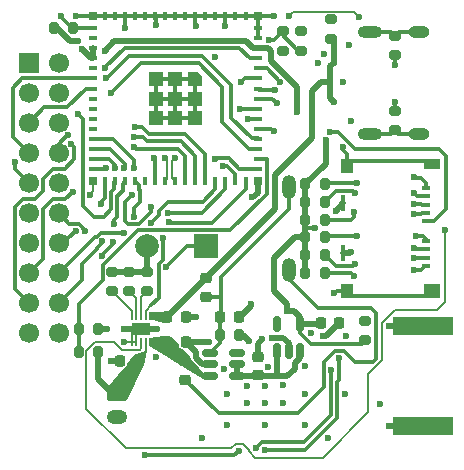
<source format=gbr>
%TF.GenerationSoftware,KiCad,Pcbnew,9.0.0*%
%TF.CreationDate,2025-05-09T11:29:12-04:00*%
%TF.ProjectId,ESP32 Ground Station,45535033-3220-4477-926f-756e64205374,rev?*%
%TF.SameCoordinates,Original*%
%TF.FileFunction,Copper,L4,Bot*%
%TF.FilePolarity,Positive*%
%FSLAX46Y46*%
G04 Gerber Fmt 4.6, Leading zero omitted, Abs format (unit mm)*
G04 Created by KiCad (PCBNEW 9.0.0) date 2025-05-09 11:29:12*
%MOMM*%
%LPD*%
G01*
G04 APERTURE LIST*
G04 Aperture macros list*
%AMRoundRect*
0 Rectangle with rounded corners*
0 $1 Rounding radius*
0 $2 $3 $4 $5 $6 $7 $8 $9 X,Y pos of 4 corners*
0 Add a 4 corners polygon primitive as box body*
4,1,4,$2,$3,$4,$5,$6,$7,$8,$9,$2,$3,0*
0 Add four circle primitives for the rounded corners*
1,1,$1+$1,$2,$3*
1,1,$1+$1,$4,$5*
1,1,$1+$1,$6,$7*
1,1,$1+$1,$8,$9*
0 Add four rect primitives between the rounded corners*
20,1,$1+$1,$2,$3,$4,$5,0*
20,1,$1+$1,$4,$5,$6,$7,0*
20,1,$1+$1,$6,$7,$8,$9,0*
20,1,$1+$1,$8,$9,$2,$3,0*%
%AMOutline5P*
0 Free polygon, 5 corners , with rotation*
0 The origin of the aperture is its center*
0 number of corners: always 5*
0 $1 to $10 corner X, Y*
0 $11 Rotation angle, in degrees counterclockwise*
0 create outline with 5 corners*
4,1,5,$1,$2,$3,$4,$5,$6,$7,$8,$9,$10,$1,$2,$11*%
%AMOutline6P*
0 Free polygon, 6 corners , with rotation*
0 The origin of the aperture is its center*
0 number of corners: always 6*
0 $1 to $12 corner X, Y*
0 $13 Rotation angle, in degrees counterclockwise*
0 create outline with 6 corners*
4,1,6,$1,$2,$3,$4,$5,$6,$7,$8,$9,$10,$11,$12,$1,$2,$13*%
%AMOutline7P*
0 Free polygon, 7 corners , with rotation*
0 The origin of the aperture is its center*
0 number of corners: always 7*
0 $1 to $14 corner X, Y*
0 $15 Rotation angle, in degrees counterclockwise*
0 create outline with 7 corners*
4,1,7,$1,$2,$3,$4,$5,$6,$7,$8,$9,$10,$11,$12,$13,$14,$1,$2,$15*%
%AMOutline8P*
0 Free polygon, 8 corners , with rotation*
0 The origin of the aperture is its center*
0 number of corners: always 8*
0 $1 to $16 corner X, Y*
0 $17 Rotation angle, in degrees counterclockwise*
0 create outline with 8 corners*
4,1,8,$1,$2,$3,$4,$5,$6,$7,$8,$9,$10,$11,$12,$13,$14,$15,$16,$1,$2,$17*%
G04 Aperture macros list end*
%TA.AperFunction,ComponentPad*%
%ADD10RoundRect,0.250000X-0.625000X0.350000X-0.625000X-0.350000X0.625000X-0.350000X0.625000X0.350000X0*%
%TD*%
%TA.AperFunction,ComponentPad*%
%ADD11O,1.750000X1.200000*%
%TD*%
%TA.AperFunction,ComponentPad*%
%ADD12R,2.000000X2.000000*%
%TD*%
%TA.AperFunction,ComponentPad*%
%ADD13C,2.000000*%
%TD*%
%TA.AperFunction,HeatsinkPad*%
%ADD14O,2.100000X1.000000*%
%TD*%
%TA.AperFunction,HeatsinkPad*%
%ADD15O,1.800000X1.000000*%
%TD*%
%TA.AperFunction,ComponentPad*%
%ADD16R,1.700000X1.700000*%
%TD*%
%TA.AperFunction,ComponentPad*%
%ADD17C,1.700000*%
%TD*%
%TA.AperFunction,ComponentPad*%
%ADD18O,1.200000X2.000000*%
%TD*%
%TA.AperFunction,SMDPad,CuDef*%
%ADD19R,5.080000X1.500000*%
%TD*%
%TA.AperFunction,SMDPad,CuDef*%
%ADD20RoundRect,0.200000X0.275000X-0.200000X0.275000X0.200000X-0.275000X0.200000X-0.275000X-0.200000X0*%
%TD*%
%TA.AperFunction,SMDPad,CuDef*%
%ADD21RoundRect,0.200000X0.200000X0.275000X-0.200000X0.275000X-0.200000X-0.275000X0.200000X-0.275000X0*%
%TD*%
%TA.AperFunction,SMDPad,CuDef*%
%ADD22RoundRect,0.200000X-0.275000X0.200000X-0.275000X-0.200000X0.275000X-0.200000X0.275000X0.200000X0*%
%TD*%
%TA.AperFunction,SMDPad,CuDef*%
%ADD23RoundRect,0.225000X-0.250000X0.225000X-0.250000X-0.225000X0.250000X-0.225000X0.250000X0.225000X0*%
%TD*%
%TA.AperFunction,SMDPad,CuDef*%
%ADD24RoundRect,0.150000X-0.512500X-0.150000X0.512500X-0.150000X0.512500X0.150000X-0.512500X0.150000X0*%
%TD*%
%TA.AperFunction,SMDPad,CuDef*%
%ADD25R,0.203200X0.660400*%
%TD*%
%TA.AperFunction,SMDPad,CuDef*%
%ADD26R,1.600200X0.990600*%
%TD*%
%TA.AperFunction,SMDPad,CuDef*%
%ADD27RoundRect,0.200000X-0.200000X-0.275000X0.200000X-0.275000X0.200000X0.275000X-0.200000X0.275000X0*%
%TD*%
%TA.AperFunction,SMDPad,CuDef*%
%ADD28RoundRect,0.225000X0.225000X0.250000X-0.225000X0.250000X-0.225000X-0.250000X0.225000X-0.250000X0*%
%TD*%
%TA.AperFunction,SMDPad,CuDef*%
%ADD29RoundRect,0.225000X-0.225000X-0.250000X0.225000X-0.250000X0.225000X0.250000X-0.225000X0.250000X0*%
%TD*%
%TA.AperFunction,SMDPad,CuDef*%
%ADD30R,0.700000X0.450000*%
%TD*%
%TA.AperFunction,SMDPad,CuDef*%
%ADD31R,1.200000X0.400000*%
%TD*%
%TA.AperFunction,SMDPad,CuDef*%
%ADD32R,1.400000X0.950000*%
%TD*%
%TA.AperFunction,SMDPad,CuDef*%
%ADD33R,1.000000X1.300000*%
%TD*%
%TA.AperFunction,SMDPad,CuDef*%
%ADD34R,0.400000X1.400000*%
%TD*%
%TA.AperFunction,SMDPad,CuDef*%
%ADD35R,1.400000X1.300000*%
%TD*%
%TA.AperFunction,SMDPad,CuDef*%
%ADD36RoundRect,0.150000X0.150000X-0.512500X0.150000X0.512500X-0.150000X0.512500X-0.150000X-0.512500X0*%
%TD*%
%TA.AperFunction,SMDPad,CuDef*%
%ADD37RoundRect,0.218750X0.256250X-0.218750X0.256250X0.218750X-0.256250X0.218750X-0.256250X-0.218750X0*%
%TD*%
%TA.AperFunction,SMDPad,CuDef*%
%ADD38R,0.800000X0.400000*%
%TD*%
%TA.AperFunction,SMDPad,CuDef*%
%ADD39R,0.400000X0.800000*%
%TD*%
%TA.AperFunction,HeatsinkPad*%
%ADD40R,1.200000X1.200000*%
%TD*%
%TA.AperFunction,HeatsinkPad*%
%ADD41Outline5P,-0.600000X0.600000X0.600000X0.600000X0.600000X-0.600000X-0.204000X-0.600000X-0.600000X-0.204000X180.000000*%
%TD*%
%TA.AperFunction,SMDPad,CuDef*%
%ADD42R,0.800000X0.800000*%
%TD*%
%TA.AperFunction,ViaPad*%
%ADD43C,0.600000*%
%TD*%
%TA.AperFunction,Conductor*%
%ADD44C,0.300000*%
%TD*%
%TA.AperFunction,Conductor*%
%ADD45C,0.500000*%
%TD*%
%TA.AperFunction,Conductor*%
%ADD46C,0.200000*%
%TD*%
G04 APERTURE END LIST*
D10*
%TO.P,J2,1,Pin_1*%
%TO.N,VBAT*%
X207450000Y-105999999D03*
D11*
%TO.P,J2,2,Pin_2*%
%TO.N,GND*%
X207450000Y-107999999D03*
%TD*%
D12*
%TO.P,BZ1,1,+*%
%TO.N,/BZ_IO*%
X215000000Y-93500000D03*
D13*
%TO.P,BZ1,2,-*%
%TO.N,GND*%
X210000000Y-93500000D03*
%TD*%
D14*
%TO.P,J3,S1,SHIELD*%
%TO.N,GND*%
X228895000Y-84000000D03*
D15*
X233075000Y-84000000D03*
D14*
X228895000Y-75360000D03*
D15*
X233075000Y-75360000D03*
%TD*%
D16*
%TO.P,J5,1,Pin_1*%
%TO.N,GND*%
X200000000Y-78000000D03*
D17*
%TO.P,J5,2,Pin_2*%
X202540000Y-78000000D03*
%TO.P,J5,3,Pin_3*%
%TO.N,+3v3*%
X200000000Y-80540000D03*
%TO.P,J5,4,Pin_4*%
X202540000Y-80540000D03*
%TO.P,J5,5,Pin_5*%
%TO.N,/TX*%
X200000000Y-83080000D03*
%TO.P,J5,6,Pin_6*%
%TO.N,/SDA*%
X202540000Y-83080000D03*
%TO.P,J5,7,Pin_7*%
%TO.N,/RX*%
X200000000Y-85620000D03*
%TO.P,J5,8,Pin_8*%
%TO.N,/SCL*%
X202540000Y-85620000D03*
%TO.P,J5,9,Pin_9*%
%TO.N,/EN*%
X200000000Y-88160000D03*
%TO.P,J5,10,Pin_10*%
%TO.N,/SPI2_MISO*%
X202540000Y-88160000D03*
%TO.P,J5,11,Pin_11*%
%TO.N,/IO0*%
X200000000Y-90700000D03*
%TO.P,J5,12,Pin_12*%
%TO.N,/SPI2_MOSI*%
X202540000Y-90700000D03*
%TO.P,J5,13,Pin_13*%
%TO.N,/TX1*%
X200000000Y-93240000D03*
%TO.P,J5,14,Pin_14*%
%TO.N,/SPI2_SCK*%
X202540000Y-93240000D03*
%TO.P,J5,15,Pin_15*%
%TO.N,/RX1*%
X200000000Y-95780000D03*
%TO.P,J5,16,Pin_16*%
%TO.N,/IO47*%
X202540000Y-95780000D03*
%TO.P,J5,17,Pin_17*%
%TO.N,/IO16*%
X200000000Y-98320000D03*
%TO.P,J5,18,Pin_18*%
%TO.N,/IO48*%
X202540000Y-98320000D03*
%TO.P,J5,19,Pin_19*%
%TO.N,GND*%
X200000000Y-100860000D03*
%TO.P,J5,20,Pin_20*%
X202540000Y-100860000D03*
%TD*%
D18*
%TO.P,SW1,1,A*%
%TO.N,/PWR_EN*%
X222000000Y-88500000D03*
%TO.P,SW1,2,B*%
%TO.N,/SW*%
X222000000Y-95500000D03*
%TD*%
D19*
%TO.P,J4,2,Ext*%
%TO.N,GND*%
X233410000Y-100250000D03*
X233410000Y-108750000D03*
%TD*%
D20*
%TO.P,R4,1*%
%TO.N,/CC2*%
X231000000Y-77325000D03*
%TO.P,R4,2*%
%TO.N,GND*%
X231000000Y-75675000D03*
%TD*%
D21*
%TO.P,R19,1*%
%TO.N,VBAT*%
X205875000Y-102500000D03*
%TO.P,R19,2*%
%TO.N,/BAT_MEAS*%
X204225000Y-102500000D03*
%TD*%
%TO.P,R14,1*%
%TO.N,GND*%
X217825000Y-101000000D03*
%TO.P,R14,2*%
%TO.N,/PWR_EN*%
X216175000Y-101000000D03*
%TD*%
D22*
%TO.P,R2,1*%
%TO.N,GND*%
X210000000Y-95675000D03*
%TO.P,R2,2*%
%TO.N,/ISET*%
X210000000Y-97325000D03*
%TD*%
D23*
%TO.P,C10,1*%
%TO.N,GND*%
X219375000Y-102850000D03*
%TO.P,C10,2*%
%TO.N,+4v5-2*%
X219375000Y-104400000D03*
%TD*%
D24*
%TO.P,U5,1,VIN*%
%TO.N,+4v5-1*%
X215362500Y-104450000D03*
%TO.P,U5,2,GND*%
%TO.N,GND*%
X215362500Y-103500000D03*
%TO.P,U5,3,ON*%
%TO.N,/PWR_EN*%
X215362500Y-102550000D03*
%TO.P,U5,4,CT*%
%TO.N,unconnected-(U5-CT-Pad4)*%
X217637500Y-102550000D03*
%TO.P,U5,5,QOD*%
%TO.N,+4v5-2*%
X217637500Y-103500000D03*
%TO.P,U5,6,VOUT*%
X217637500Y-104450000D03*
%TD*%
D25*
%TO.P,U6,1,SYS*%
%TO.N,+4v5-1*%
X210300100Y-101630300D03*
%TO.P,U6,2,BAT*%
%TO.N,VBAT*%
X209900050Y-101630300D03*
%TO.P,U6,3,STAT2*%
%TO.N,/BAT_STAT_2*%
X209500000Y-101630300D03*
%TO.P,U6,4,/CE*%
%TO.N,GND*%
X209099950Y-101630300D03*
%TO.P,U6,5,GND*%
X208699900Y-101630300D03*
%TO.P,U6,6,TS/MR*%
%TO.N,/TSMR*%
X208699900Y-99369700D03*
%TO.P,U6,7,ILIM/VSET*%
%TO.N,/ILIM*%
X209099950Y-99369700D03*
%TO.P,U6,8,ISET*%
%TO.N,/ISET*%
X209500000Y-99369700D03*
%TO.P,U6,9,STAT1*%
%TO.N,/BAT_STAT_1*%
X209900050Y-99369700D03*
%TO.P,U6,10,IN*%
%TO.N,VBUS*%
X210300100Y-99369700D03*
D26*
%TO.P,U6,11,EPAD*%
%TO.N,GND*%
X209500000Y-100500000D03*
%TD*%
D21*
%TO.P,R6,1*%
%TO.N,/SD_DATA2*%
X225075000Y-95750000D03*
%TO.P,R6,2*%
%TO.N,+3v3*%
X223425000Y-95750000D03*
%TD*%
D27*
%TO.P,R15,1*%
%TO.N,+3v3*%
X202100000Y-75000000D03*
%TO.P,R15,2*%
%TO.N,/EN*%
X203750000Y-75000000D03*
%TD*%
D22*
%TO.P,R13,1*%
%TO.N,/DPWR3*%
X228500000Y-99800000D03*
%TO.P,R13,2*%
%TO.N,+3v3*%
X228500000Y-101450000D03*
%TD*%
D28*
%TO.P,C1,1*%
%TO.N,GND*%
X213275000Y-99500000D03*
%TO.P,C1,2*%
%TO.N,VBUS*%
X211725000Y-99500000D03*
%TD*%
D22*
%TO.P,R22,1*%
%TO.N,/DPWR5*%
X225625000Y-74300000D03*
%TO.P,R22,2*%
%TO.N,VBUS*%
X225625000Y-75950000D03*
%TD*%
D29*
%TO.P,C3,1*%
%TO.N,GND*%
X207735000Y-103180000D03*
%TO.P,C3,2*%
%TO.N,VBAT*%
X209285000Y-103180000D03*
%TD*%
D21*
%TO.P,R8,1*%
%TO.N,/SD_CMD*%
X225075000Y-92750000D03*
%TO.P,R8,2*%
%TO.N,+3v3*%
X223425000Y-92750000D03*
%TD*%
%TO.P,R10,1*%
%TO.N,/SD_DATA0*%
X225075000Y-89750000D03*
%TO.P,R10,2*%
%TO.N,+3v3*%
X223425000Y-89750000D03*
%TD*%
D22*
%TO.P,R1,1*%
%TO.N,GND*%
X208500000Y-95675000D03*
%TO.P,R1,2*%
%TO.N,/ILIM*%
X208500000Y-97325000D03*
%TD*%
%TO.P,R16,1*%
%TO.N,/LED_BAT*%
X221500000Y-75300000D03*
%TO.P,R16,2*%
%TO.N,/DSTAT1*%
X221500000Y-76950000D03*
%TD*%
D21*
%TO.P,R7,1*%
%TO.N,/SD_DATA3*%
X225075000Y-94250000D03*
%TO.P,R7,2*%
%TO.N,+3v3*%
X223425000Y-94250000D03*
%TD*%
D22*
%TO.P,R17,1*%
%TO.N,/DSTAT2*%
X223050000Y-75300000D03*
%TO.P,R17,2*%
%TO.N,/LED_BAT*%
X223050000Y-76950000D03*
%TD*%
D30*
%TO.P,J1,1,DAT2*%
%TO.N,/SD_DATA2*%
X233635000Y-95180000D03*
%TO.P,J1,2,DAT3/CD*%
%TO.N,/SD_DATA3*%
X233635000Y-94480000D03*
%TO.P,J1,3,CMD*%
%TO.N,/SD_CMD*%
X233635000Y-93780000D03*
%TO.P,J1,4,VDD*%
%TO.N,+3v3*%
X233635000Y-93080000D03*
%TO.P,J1,5,CLK*%
%TO.N,/SD_CLK*%
X233635000Y-91380000D03*
%TO.P,J1,6,VSS*%
%TO.N,GND*%
X233635000Y-90680000D03*
%TO.P,J1,7,DAT0*%
%TO.N,/SD_DATA0*%
X233635000Y-89280000D03*
%TO.P,J1,8,DAT1*%
%TO.N,/SD_DATA1*%
X233635000Y-88580000D03*
%TO.P,J1,9,DET*%
%TO.N,/SD_CD*%
X233635000Y-89980000D03*
D31*
%TO.P,J1,10,SHIELD*%
%TO.N,GND*%
X231875000Y-86250000D03*
X229275000Y-86250000D03*
D32*
X234175000Y-86525000D03*
D33*
X226915000Y-86700000D03*
D34*
X226615000Y-89860000D03*
X226615000Y-94110000D03*
D35*
X234175000Y-97300000D03*
D33*
X226915000Y-97300000D03*
D31*
X231875000Y-97750000D03*
X229275000Y-97750000D03*
%TD*%
D21*
%TO.P,R12,1*%
%TO.N,/SD_CD*%
X225075000Y-91250000D03*
%TO.P,R12,2*%
%TO.N,+3v3*%
X223425000Y-91250000D03*
%TD*%
D36*
%TO.P,U3,1,VIN*%
%TO.N,+4v5-2*%
X222950000Y-102387500D03*
%TO.P,U3,2,GND*%
%TO.N,GND*%
X222000000Y-102387500D03*
%TO.P,U3,3,CE*%
%TO.N,+4v5-2*%
X221050000Y-102387500D03*
%TO.P,U3,4,NC*%
%TO.N,unconnected-(U3-NC-Pad4)*%
X221050000Y-100112500D03*
%TO.P,U3,5,VOUT*%
%TO.N,+3v3*%
X222950000Y-100112500D03*
%TD*%
D28*
%TO.P,C2,1*%
%TO.N,GND*%
X213280000Y-101580000D03*
%TO.P,C2,2*%
%TO.N,+4v5-1*%
X211730000Y-101580000D03*
%TD*%
%TO.P,C4,1*%
%TO.N,GND*%
X217775000Y-99499997D03*
%TO.P,C4,2*%
%TO.N,/PWR_EN*%
X216225000Y-99499997D03*
%TD*%
D21*
%TO.P,R11,1*%
%TO.N,/SD_DATA1*%
X225075000Y-88250000D03*
%TO.P,R11,2*%
%TO.N,+3v3*%
X223425000Y-88250000D03*
%TD*%
D28*
%TO.P,C11,1*%
%TO.N,GND*%
X226275000Y-100000000D03*
%TO.P,C11,2*%
%TO.N,+3v3*%
X224725000Y-100000000D03*
%TD*%
D37*
%TO.P,D5,1,K*%
%TO.N,/SW*%
X213250000Y-104787501D03*
%TO.P,D5,2,A*%
%TO.N,+4v5-1*%
X213250000Y-103212499D03*
%TD*%
D38*
%TO.P,U1,1,GND*%
%TO.N,GND*%
X219400000Y-75050000D03*
%TO.P,U1,2,GND*%
X219400000Y-75900000D03*
%TO.P,U1,3,3V3*%
%TO.N,+3v3*%
X219400000Y-76750000D03*
%TO.P,U1,4,IO0*%
%TO.N,/IO0*%
X219400000Y-77600000D03*
%TO.P,U1,5,IO1*%
%TO.N,/SD_CLK*%
X219400000Y-78450000D03*
%TO.P,U1,6,IO2*%
%TO.N,/SD_CMD*%
X219400000Y-79300000D03*
%TO.P,U1,7,IO3*%
%TO.N,/SD_DATA0*%
X219400000Y-80150000D03*
%TO.P,U1,8,IO4*%
%TO.N,/SD_DATA1*%
X219400000Y-81000000D03*
%TO.P,U1,9,IO5*%
%TO.N,/SD_DATA2*%
X219400000Y-81850000D03*
%TO.P,U1,10,IO6*%
%TO.N,/SD_DATA3*%
X219400000Y-82700000D03*
%TO.P,U1,11,IO7*%
%TO.N,/SD_CD*%
X219400000Y-83550000D03*
%TO.P,U1,12,IO8*%
%TO.N,/SDA*%
X219400000Y-84400000D03*
%TO.P,U1,13,IO9*%
%TO.N,/SCL*%
X219400000Y-85250000D03*
%TO.P,U1,14,IO10*%
%TO.N,/BAT_MEAS*%
X219400000Y-86100000D03*
%TO.P,U1,15,IO11*%
%TO.N,/SPI2_MOSI*%
X219400000Y-86950000D03*
D39*
%TO.P,U1,16,IO12*%
%TO.N,/SPI2_MISO*%
X218350000Y-88000000D03*
%TO.P,U1,17,IO13*%
%TO.N,/SPI2_SCK*%
X217500000Y-88000000D03*
%TO.P,U1,18,IO14*%
%TO.N,/SPI2_CS1*%
X216650000Y-88000000D03*
%TO.P,U1,19,IO15*%
%TO.N,/BAT_STAT_1*%
X215800000Y-88000000D03*
%TO.P,U1,20,IO16*%
%TO.N,/IO16*%
X214950000Y-88000000D03*
%TO.P,U1,21,IO17*%
%TO.N,/TX1*%
X214100000Y-88000000D03*
%TO.P,U1,22,IO18*%
%TO.N,/RX1*%
X213250000Y-88000000D03*
%TO.P,U1,23,USB_D-*%
%TO.N,/D-*%
X212400000Y-88000000D03*
%TO.P,U1,24,USB_D+*%
%TO.N,/D+*%
X211550000Y-88000000D03*
%TO.P,U1,25,IO21*%
%TO.N,/LED_BAT*%
X210700000Y-88000000D03*
%TO.P,U1,26,IO26*%
%TO.N,unconnected-(U1-IO26-Pad26)*%
X209850000Y-88000000D03*
%TO.P,U1,27,IO47*%
%TO.N,/IO47*%
X209000000Y-88000000D03*
%TO.P,U1,28,IO33*%
%TO.N,/BZ_IO*%
X208150000Y-88000000D03*
%TO.P,U1,29,IO34*%
%TO.N,/LED_GPIO*%
X207300000Y-88000000D03*
%TO.P,U1,30,IO48*%
%TO.N,/IO48*%
X206450000Y-88000000D03*
D38*
%TO.P,U1,31,IO35*%
%TO.N,/RAD_IO8*%
X205400000Y-86950000D03*
%TO.P,U1,32,IO36*%
%TO.N,/RAD_IO9*%
X205400000Y-86100000D03*
%TO.P,U1,33,IO37*%
%TO.N,/RAD_BUSY*%
X205400000Y-85250000D03*
%TO.P,U1,34,IO38*%
%TO.N,/RAD_NRST*%
X205400000Y-84400000D03*
%TO.P,U1,35,IO39*%
%TO.N,unconnected-(U1-IO39-Pad35)*%
X205400000Y-83550000D03*
%TO.P,U1,36,IO40*%
%TO.N,unconnected-(U1-IO40-Pad36)*%
X205400000Y-82700000D03*
%TO.P,U1,37,IO41*%
%TO.N,unconnected-(U1-IO41-Pad37)*%
X205400000Y-81850000D03*
%TO.P,U1,38,IO42*%
%TO.N,unconnected-(U1-IO42-Pad38)*%
X205400000Y-81000000D03*
%TO.P,U1,39,TXD0*%
%TO.N,/TX*%
X205400000Y-80150000D03*
%TO.P,U1,40,RXD0*%
%TO.N,/RX*%
X205400000Y-79300000D03*
%TO.P,U1,41,IO45*%
%TO.N,unconnected-(U1-IO45-Pad41)*%
X205400000Y-78450000D03*
%TO.P,U1,42,GND*%
%TO.N,GND*%
X205400000Y-77600000D03*
%TO.P,U1,43,GND*%
X205400000Y-76750000D03*
%TO.P,U1,44,IO46*%
%TO.N,unconnected-(U1-IO46-Pad44)*%
X205400000Y-75900000D03*
%TO.P,U1,45,EN*%
%TO.N,/EN*%
X205400000Y-75050000D03*
D39*
%TO.P,U1,46,GND*%
%TO.N,GND*%
X206450000Y-74000000D03*
%TO.P,U1,47,GND*%
X207300000Y-74000000D03*
%TO.P,U1,48,GND*%
X208150000Y-74000000D03*
%TO.P,U1,49,GND*%
X209000000Y-74000000D03*
%TO.P,U1,50,GND*%
X209850000Y-74000000D03*
%TO.P,U1,51,GND*%
X210700000Y-74000000D03*
%TO.P,U1,52,GND*%
X211550000Y-74000000D03*
%TO.P,U1,53,GND*%
X212400000Y-74000000D03*
%TO.P,U1,54,GND*%
X213250000Y-74000000D03*
%TO.P,U1,55,GND*%
X214100000Y-74000000D03*
%TO.P,U1,56,GND*%
X214950000Y-74000000D03*
%TO.P,U1,57,GND*%
X215800000Y-74000000D03*
%TO.P,U1,58,GND*%
X216650000Y-74000000D03*
%TO.P,U1,59,GND*%
X217500000Y-74000000D03*
%TO.P,U1,60,GND*%
X218350000Y-74000000D03*
D40*
%TO.P,U1,61,GND*%
X214050000Y-82650000D03*
X214050000Y-81000000D03*
D41*
X214050000Y-79350000D03*
D40*
X212400000Y-82650000D03*
X212400000Y-81000000D03*
X212400000Y-79350000D03*
X210750000Y-82650000D03*
X210750000Y-81000000D03*
X210750000Y-79350000D03*
D42*
%TO.P,U1,62,GND*%
X219400000Y-74000000D03*
%TO.P,U1,63,GND*%
X219400000Y-88000000D03*
%TO.P,U1,64,GND*%
X205400000Y-88000000D03*
%TO.P,U1,65,GND*%
X205400000Y-74000000D03*
%TD*%
D37*
%TO.P,D4,1,K*%
%TO.N,/PWR_EN*%
X215000000Y-97787501D03*
%TO.P,D4,2,A*%
%TO.N,VBUS*%
X215000000Y-96212499D03*
%TD*%
D22*
%TO.P,R3,1*%
%TO.N,/CC1*%
X231000000Y-82050000D03*
%TO.P,R3,2*%
%TO.N,GND*%
X231000000Y-83700000D03*
%TD*%
%TO.P,R5,1*%
%TO.N,GND*%
X207019999Y-95675000D03*
%TO.P,R5,2*%
%TO.N,/TSMR*%
X207019999Y-97325000D03*
%TD*%
D21*
%TO.P,R20,1*%
%TO.N,GND*%
X205875000Y-100500000D03*
%TO.P,R20,2*%
%TO.N,/BAT_MEAS*%
X204225000Y-100500000D03*
%TD*%
D43*
%TO.N,GND*%
X219750000Y-101375000D03*
X218875000Y-89375000D03*
X214125000Y-99500000D03*
X224500000Y-78000000D03*
X219998325Y-106778254D03*
X215750000Y-77500000D03*
X220625000Y-101250000D03*
X210750000Y-79375000D03*
X223375000Y-103625000D03*
X208125000Y-75000000D03*
X227250000Y-82875000D03*
X215222120Y-101572120D03*
X220020219Y-105318692D03*
X226000000Y-90500000D03*
X214000000Y-81000000D03*
X218625000Y-101500000D03*
X216506908Y-103878070D03*
X225375000Y-109750000D03*
X205199000Y-89202473D03*
X214625000Y-109750000D03*
X218502274Y-106763658D03*
X223375000Y-108625000D03*
X227250000Y-94000000D03*
X221500000Y-105250000D03*
X206625000Y-100500000D03*
X223875000Y-100862500D03*
X226631405Y-85104934D03*
X210750000Y-74804837D03*
X216750000Y-106000000D03*
X230500000Y-108750000D03*
X210875000Y-100500000D03*
X210750000Y-102875000D03*
X225000000Y-77250000D03*
X218850000Y-98375000D03*
X210750000Y-82625000D03*
X227125000Y-76500000D03*
X214050000Y-79350000D03*
X226750000Y-106000000D03*
X207000000Y-103250000D03*
X232625000Y-90750000D03*
X204000000Y-74000000D03*
X210750000Y-81000000D03*
X229750000Y-106875000D03*
X212375000Y-81000000D03*
X226600000Y-79625000D03*
X224949000Y-101125000D03*
X220000000Y-108625000D03*
X216625000Y-74875000D03*
X225875000Y-97501000D03*
X230500000Y-100250000D03*
X216750000Y-108625000D03*
X208026000Y-100500000D03*
X212375000Y-79350000D03*
X223375000Y-106000000D03*
X212400000Y-82625000D03*
X226900000Y-101125000D03*
X218513384Y-105301284D03*
X208026000Y-101625000D03*
X220750000Y-74000000D03*
X214125000Y-74875000D03*
X220250000Y-103750000D03*
X214050000Y-82650000D03*
X221487078Y-106785551D03*
X204470000Y-76835000D03*
%TO.N,/BZ_IO*%
X207250000Y-91625000D03*
X206176472Y-94350000D03*
X211650000Y-95272120D03*
X207125000Y-93125000D03*
%TO.N,VBUS*%
X225832255Y-77957255D03*
X225832255Y-81292745D03*
%TO.N,/BAT_STAT_2*%
X235200000Y-92125000D03*
X228000000Y-74125000D03*
X222000000Y-74000000D03*
%TO.N,/EN*%
X198800000Y-86405959D03*
X202750000Y-74000000D03*
%TO.N,/IO16*%
X203564330Y-84819533D03*
X209000000Y-83375000D03*
%TO.N,/RX1*%
X208875000Y-85073000D03*
X203723027Y-88874497D03*
%TO.N,+3v3*%
X225125000Y-84500000D03*
X232750000Y-92625000D03*
X221862500Y-98975000D03*
X222750000Y-82125000D03*
X224250000Y-92001119D03*
X204125000Y-76125000D03*
X206437500Y-76937500D03*
%TO.N,/IO0*%
X206479331Y-78372177D03*
%TO.N,/TX1*%
X208875000Y-84272997D03*
%TO.N,/SPI2_MISO*%
X211895564Y-91484754D03*
X209875000Y-111200000D03*
X217768612Y-110834149D03*
%TO.N,/SCL*%
X206937500Y-80562500D03*
X203341771Y-84103313D03*
%TO.N,/IO47*%
X208875000Y-90998000D03*
X208102880Y-92352880D03*
%TO.N,/SPI2_SCK*%
X203966611Y-92190323D03*
X226250000Y-103000000D03*
X216450870Y-86709590D03*
X220000000Y-110750000D03*
%TO.N,/IO48*%
X206131289Y-89967240D03*
X206235325Y-93063205D03*
%TO.N,/SDA*%
X206559706Y-79230360D03*
%TO.N,/SPI2_MOSI*%
X204750293Y-92255171D03*
X225625000Y-104000000D03*
X219211932Y-110612331D03*
X215800870Y-86125000D03*
%TO.N,/SD_DATA2*%
X232625000Y-95500000D03*
X227500000Y-96000000D03*
X217875000Y-81875000D03*
%TO.N,/SD_DATA3*%
X218525000Y-82750000D03*
X232625000Y-94500000D03*
X227625000Y-95000000D03*
%TO.N,/SD_CMD*%
X227750000Y-92625000D03*
X218000000Y-79625000D03*
X232625000Y-93625000D03*
%TO.N,/SD_DATA0*%
X227625000Y-89000000D03*
X232625000Y-89000000D03*
X220875000Y-80250000D03*
%TO.N,/SD_DATA1*%
X227750000Y-88125000D03*
X232625000Y-87625000D03*
X221000000Y-81375000D03*
%TO.N,/SD_CD*%
X232616100Y-89911518D03*
X227500000Y-90625000D03*
X220750000Y-83750000D03*
%TO.N,/LED_BAT*%
X210625000Y-86000000D03*
X220375000Y-76050000D03*
%TO.N,/LED_GPIO*%
X204151438Y-82276438D03*
%TO.N,/RAD_IO9*%
X207300003Y-86875000D03*
%TO.N,/RAD_IO8*%
X206500000Y-86875000D03*
%TO.N,/D-*%
X212374999Y-86000000D03*
%TO.N,/RAD_NRST*%
X208900009Y-86875000D03*
%TO.N,/RAD_BUSY*%
X208775000Y-89149000D03*
X208100006Y-86875000D03*
X210350000Y-90198000D03*
%TO.N,/SPI2_CS1*%
X211750000Y-90698106D03*
%TO.N,/D+*%
X211574996Y-86000000D03*
%TO.N,/BAT_STAT_1*%
X210375000Y-91499000D03*
X211350000Y-92799000D03*
%TO.N,/CC1*%
X231000000Y-81250000D03*
%TO.N,/CC2*%
X231000000Y-78125000D03*
%TO.N,/DSTAT1*%
X221500000Y-76950000D03*
%TO.N,/DSTAT2*%
X223050000Y-75300000D03*
%TO.N,/SD_CLK*%
X225536598Y-83814003D03*
X221286598Y-79564003D03*
%TO.N,/DPWR3*%
X228500000Y-99800000D03*
%TO.N,/DPWR5*%
X225625000Y-74300000D03*
%TD*%
D44*
%TO.N,GND*%
X226915000Y-85665000D02*
X226915000Y-86700000D01*
D45*
X219375000Y-101750000D02*
X219750000Y-101375000D01*
D44*
X226631405Y-85381405D02*
X226915000Y-85665000D01*
D45*
X214176000Y-102975999D02*
X214176000Y-102476000D01*
X218875000Y-89375000D02*
X219000000Y-89375000D01*
X218850000Y-98375000D02*
X218850000Y-98525000D01*
D44*
X210750000Y-79375000D02*
X210750000Y-81000000D01*
D46*
X209099950Y-101630300D02*
X209099950Y-100900050D01*
D44*
X228895000Y-75360000D02*
X230685000Y-75360000D01*
X210750000Y-81000000D02*
X210750000Y-82625000D01*
D45*
X218625000Y-101500000D02*
X218125000Y-101000000D01*
D44*
X230700000Y-84000000D02*
X231000000Y-83700000D01*
X231315000Y-75360000D02*
X231000000Y-75675000D01*
X229275000Y-86250000D02*
X227365000Y-86250000D01*
X227365000Y-86250000D02*
X226915000Y-86700000D01*
D46*
X205199000Y-89202473D02*
X205199000Y-89051000D01*
D44*
X208125000Y-74025000D02*
X208125000Y-75000000D01*
X210750000Y-82625000D02*
X210750000Y-82650000D01*
X231875000Y-86250000D02*
X233900000Y-86250000D01*
D45*
X226615000Y-89885000D02*
X226000000Y-90500000D01*
D46*
X205400000Y-88850000D02*
X205400000Y-88000000D01*
D45*
X222000000Y-102387500D02*
X222000000Y-101725001D01*
X207019999Y-95675000D02*
X210000000Y-95675000D01*
D44*
X212400000Y-79350000D02*
X212400000Y-82625000D01*
D45*
X218850000Y-98525000D02*
X217875003Y-99499997D01*
X233637500Y-108750000D02*
X230500000Y-108750000D01*
D44*
X214100000Y-74000000D02*
X214100000Y-74850000D01*
D45*
X219375000Y-102850000D02*
X219375000Y-101750000D01*
D44*
X212375000Y-81000000D02*
X214000000Y-81000000D01*
X226915000Y-97300000D02*
X226076000Y-97300000D01*
X231875000Y-86250000D02*
X229275000Y-86250000D01*
D45*
X217875003Y-99499997D02*
X217775000Y-99499997D01*
D44*
X216650000Y-74000000D02*
X216650000Y-74850000D01*
X233725000Y-97750000D02*
X234175000Y-97300000D01*
D45*
X207665000Y-103250000D02*
X207735000Y-103180000D01*
D44*
X231300000Y-84000000D02*
X231000000Y-83700000D01*
D45*
X221524999Y-101250000D02*
X220625000Y-101250000D01*
D44*
X214100000Y-74850000D02*
X214125000Y-74875000D01*
X214050000Y-79350000D02*
X212375000Y-79350000D01*
X219400000Y-74000000D02*
X205400000Y-74000000D01*
X219400000Y-74000000D02*
X220750000Y-74000000D01*
D45*
X233637500Y-100250000D02*
X230500000Y-100250000D01*
D44*
X214000000Y-81000000D02*
X214050000Y-81000000D01*
X230685000Y-75360000D02*
X231000000Y-75675000D01*
D45*
X205235000Y-77600000D02*
X205400000Y-77600000D01*
D44*
X216650000Y-74850000D02*
X216625000Y-74875000D01*
D45*
X222000000Y-101725001D02*
X221524999Y-101250000D01*
X210000000Y-95675000D02*
X210000000Y-93500000D01*
D46*
X208699900Y-101630300D02*
X208699900Y-100500000D01*
D44*
X228895000Y-84000000D02*
X230700000Y-84000000D01*
X227365000Y-97750000D02*
X226915000Y-97300000D01*
D45*
X226615000Y-94110000D02*
X227140000Y-94110000D01*
D46*
X209099950Y-100900050D02*
X209500000Y-100500000D01*
D44*
X233900000Y-86250000D02*
X234175000Y-86525000D01*
X210750000Y-82650000D02*
X214050000Y-82650000D01*
D45*
X214176000Y-102476000D02*
X213280000Y-101580000D01*
X213280000Y-101580000D02*
X215214240Y-101580000D01*
X214700001Y-103500000D02*
X214176000Y-102975999D01*
D44*
X219400000Y-75900000D02*
X219400000Y-74000000D01*
D46*
X208031300Y-101630300D02*
X208026000Y-101625000D01*
D45*
X219000000Y-89375000D02*
X219400000Y-88975000D01*
D44*
X233250000Y-90750000D02*
X232625000Y-90750000D01*
X212375000Y-79350000D02*
X210750000Y-79350000D01*
D45*
X225150000Y-101125000D02*
X224949000Y-101125000D01*
D44*
X210750000Y-74804837D02*
X210750000Y-74000000D01*
D45*
X205400000Y-76750000D02*
X205400000Y-77600000D01*
D44*
X210750000Y-81000000D02*
X212375000Y-81000000D01*
X233075000Y-84000000D02*
X231300000Y-84000000D01*
D45*
X218125000Y-101000000D02*
X217825000Y-101000000D01*
X215214240Y-101580000D02*
X215222120Y-101572120D01*
X209500000Y-100500000D02*
X210875000Y-100500000D01*
X204470000Y-76835000D02*
X205235000Y-77600000D01*
D44*
X231875000Y-97750000D02*
X233725000Y-97750000D01*
D45*
X213275000Y-99500000D02*
X214125000Y-99500000D01*
D44*
X212400000Y-82625000D02*
X212400000Y-82649999D01*
D45*
X205875000Y-100500000D02*
X206625000Y-100500000D01*
D44*
X226631405Y-85104934D02*
X226631405Y-85381405D01*
X226076000Y-97300000D02*
X225875000Y-97501000D01*
D45*
X215362500Y-103500000D02*
X214700001Y-103500000D01*
X207000000Y-103250000D02*
X207665000Y-103250000D01*
D44*
X231875000Y-97750000D02*
X229275000Y-97750000D01*
D45*
X209500000Y-100500000D02*
X208026000Y-100500000D01*
D46*
X205199000Y-89051000D02*
X205400000Y-88850000D01*
D45*
X227140000Y-94110000D02*
X227250000Y-94000000D01*
D44*
X208150000Y-74000000D02*
X208125000Y-74025000D01*
X229275000Y-97750000D02*
X227365000Y-97750000D01*
X209000000Y-74000000D02*
X208150000Y-74000000D01*
X233635000Y-90680000D02*
X233320000Y-90680000D01*
D46*
X208699900Y-101630300D02*
X208031300Y-101630300D01*
D44*
X205400000Y-74000000D02*
X204000000Y-74000000D01*
D45*
X226275000Y-100000000D02*
X225150000Y-101125000D01*
D44*
X233075000Y-75360000D02*
X231315000Y-75360000D01*
X210750000Y-79350000D02*
X210750000Y-79375000D01*
X214050000Y-82650000D02*
X214050000Y-79350000D01*
D46*
X208699900Y-100500000D02*
X209500000Y-100500000D01*
D44*
X233320000Y-90680000D02*
X233250000Y-90750000D01*
X210750000Y-74000000D02*
X211550000Y-74000000D01*
D46*
X208699900Y-101630300D02*
X209099950Y-101630300D01*
D45*
X219400000Y-88975000D02*
X219400000Y-88000000D01*
X226615000Y-89860000D02*
X226615000Y-89885000D01*
D44*
%TO.N,/BZ_IO*%
X211650000Y-95272120D02*
X213422120Y-93500000D01*
X207501000Y-90999000D02*
X207250000Y-91250000D01*
X208150000Y-88000000D02*
X207939380Y-88210620D01*
X206176472Y-94279288D02*
X207125000Y-93330760D01*
X207939380Y-88843479D02*
X207501000Y-89281859D01*
X207125000Y-93330760D02*
X207125000Y-93125000D01*
X206176472Y-94350000D02*
X206176472Y-94279288D01*
X213422120Y-93500000D02*
X215000000Y-93500000D01*
X207501000Y-89281859D02*
X207501000Y-90999000D01*
X207250000Y-91250000D02*
X207250000Y-91625000D01*
X207939380Y-88210620D02*
X207939380Y-88843479D01*
D45*
%TO.N,VBUS*%
X225519755Y-79625000D02*
X225519755Y-80980245D01*
X225519755Y-80980245D02*
X225832255Y-81292745D01*
X215000000Y-96212499D02*
X215000000Y-96225000D01*
X220875000Y-87500000D02*
X220875000Y-90375000D01*
X215037501Y-96212499D02*
X215000000Y-96212499D01*
X215000000Y-96225000D02*
X211725000Y-99500000D01*
X225832255Y-77957255D02*
X225519755Y-78269755D01*
X225519755Y-78269755D02*
X225519755Y-79625000D01*
X225832255Y-76157255D02*
X225625000Y-75950000D01*
X224000000Y-80375000D02*
X224000000Y-84375000D01*
X225832255Y-77957255D02*
X225832255Y-76157255D01*
X224000000Y-84375000D02*
X220875000Y-87500000D01*
X225519755Y-79625000D02*
X224750000Y-79625000D01*
X220875000Y-90375000D02*
X215037501Y-96212499D01*
X224750000Y-79625000D02*
X224000000Y-80375000D01*
D46*
%TO.N,VBAT*%
X209900050Y-101630300D02*
X209900050Y-102369950D01*
D45*
X207450000Y-105999999D02*
X207124999Y-105999999D01*
X207124999Y-105999999D02*
X205875000Y-104750000D01*
D46*
X209900050Y-102369950D02*
X209900000Y-102370000D01*
D45*
X205875000Y-104750000D02*
X205875000Y-102500000D01*
D44*
%TO.N,/PWR_EN*%
X216250000Y-99474997D02*
X216225000Y-99499997D01*
X216250000Y-97825002D02*
X216250000Y-99474997D01*
X216250000Y-96125000D02*
X222000000Y-90375000D01*
X216175000Y-101000000D02*
X216175000Y-101737501D01*
X222000000Y-90375000D02*
X222000000Y-88500000D01*
X216225000Y-99499997D02*
X216225000Y-100950000D01*
X216175000Y-101737501D02*
X215362500Y-102550001D01*
X216250000Y-97825002D02*
X216250000Y-96125000D01*
X216212499Y-97787501D02*
X216250000Y-97825002D01*
X216225000Y-100950000D02*
X216175000Y-101000000D01*
X215000000Y-97787501D02*
X216212499Y-97787501D01*
D46*
%TO.N,/BAT_STAT_2*%
X228000000Y-74125000D02*
X227524000Y-73649000D01*
X218610932Y-110735932D02*
X218610932Y-110860932D01*
X222351000Y-73649000D02*
X222000000Y-74000000D01*
X229899000Y-100001057D02*
X231025057Y-98875000D01*
X235200000Y-98227000D02*
X235200000Y-92125000D01*
X224873943Y-111399000D02*
X228750000Y-107522943D01*
X229899000Y-103159464D02*
X229899000Y-100001057D01*
X234552000Y-98875000D02*
X235200000Y-98227000D01*
X204875000Y-107250000D02*
X208224000Y-110599000D01*
X207246768Y-101625000D02*
X205631648Y-101625000D01*
X219149000Y-111399000D02*
X224873943Y-111399000D01*
X217151000Y-110599000D02*
X217516851Y-110233149D01*
X231025057Y-98875000D02*
X234552000Y-98875000D01*
X218108149Y-110233149D02*
X218610932Y-110735932D01*
X218610932Y-110860932D02*
X219149000Y-111399000D01*
X228750000Y-107522943D02*
X228750000Y-104308464D01*
X228750000Y-104308464D02*
X229899000Y-103159464D01*
X205631648Y-101625000D02*
X204875000Y-102381648D01*
X207871768Y-102250000D02*
X207246768Y-101625000D01*
X217516851Y-110233149D02*
X218108149Y-110233149D01*
X204875000Y-102381648D02*
X204875000Y-107250000D01*
X227524000Y-73649000D02*
X222351000Y-73649000D01*
X209500000Y-101630300D02*
X209500000Y-102125000D01*
X209375000Y-102250000D02*
X207871768Y-102250000D01*
X208224000Y-110599000D02*
X217151000Y-110599000D01*
X209500000Y-102125000D02*
X209375000Y-102250000D01*
D44*
%TO.N,/EN*%
X203625000Y-75000000D02*
X204625000Y-75000000D01*
X198800000Y-86405959D02*
X198800000Y-86960000D01*
X204625000Y-75000000D02*
X204674999Y-75049999D01*
X204674999Y-75049999D02*
X205400000Y-75049999D01*
X202750000Y-74000000D02*
X202750000Y-74125000D01*
X202750000Y-74125000D02*
X203625000Y-75000000D01*
X198800000Y-86960000D02*
X200000000Y-88160000D01*
%TO.N,/IO16*%
X199502529Y-89499000D02*
X198799000Y-90202529D01*
X213250000Y-84000000D02*
X214950000Y-85700000D01*
X214950000Y-85700000D02*
X214950000Y-88000000D01*
X203850000Y-86146471D02*
X203037471Y-86959000D01*
X203037471Y-86959000D02*
X202042529Y-86959000D01*
X198799000Y-97119000D02*
X200000000Y-98320000D01*
X201201000Y-88795471D02*
X200497471Y-89499000D01*
X200497471Y-89499000D02*
X199502529Y-89499000D01*
X209573000Y-83375000D02*
X210198000Y-84000000D01*
X198799000Y-90202529D02*
X198799000Y-97119000D01*
X209000000Y-83375000D02*
X209573000Y-83375000D01*
X203850000Y-85105203D02*
X203564330Y-84819533D01*
X201201000Y-87800529D02*
X201201000Y-88795471D01*
X210198000Y-84000000D02*
X213250000Y-84000000D01*
X203850000Y-86146471D02*
X203850000Y-85105203D01*
X202042529Y-86959000D02*
X201201000Y-87800529D01*
%TO.N,/TX*%
X201329999Y-81750000D02*
X203250000Y-81750000D01*
X204850000Y-80150000D02*
X205400000Y-80150000D01*
X200000000Y-83079999D02*
X201329999Y-81750000D01*
X203250000Y-81750000D02*
X204850000Y-80150000D01*
%TO.N,/RX1*%
X203098524Y-89499000D02*
X202042529Y-89499000D01*
X202042529Y-89499000D02*
X201201000Y-90340529D01*
X201201000Y-90340529D02*
X201201000Y-94579001D01*
X208875000Y-85073000D02*
X209052000Y-85250000D01*
X203723027Y-88874497D02*
X203098524Y-89499000D01*
X213250000Y-85875000D02*
X213250000Y-88000000D01*
X209052000Y-85250000D02*
X212625000Y-85250000D01*
X212625000Y-85250000D02*
X213250000Y-85875000D01*
X201201000Y-94579001D02*
X200000000Y-95780001D01*
D45*
%TO.N,+3v3*%
X204125000Y-76125000D02*
X203500000Y-76125000D01*
X225125000Y-84500000D02*
X225125000Y-86550000D01*
X223425000Y-92750000D02*
X223425000Y-88250000D01*
X206437500Y-76937500D02*
X207251000Y-76124000D01*
D44*
X224250000Y-92001119D02*
X223426119Y-92001119D01*
X233375000Y-92625000D02*
X232750000Y-92625000D01*
D45*
X222450000Y-98975000D02*
X222949999Y-99474999D01*
D44*
X223425000Y-92000000D02*
X223425000Y-91250000D01*
X223867846Y-101776000D02*
X222949999Y-100858153D01*
D45*
X220500000Y-77786041D02*
X222750000Y-80036041D01*
X222949999Y-99474999D02*
X222949999Y-100112500D01*
D44*
X222949999Y-100858153D02*
X222949999Y-100112500D01*
D45*
X221862500Y-98387500D02*
X220750000Y-97275000D01*
X220500000Y-77000000D02*
X220500000Y-77786041D01*
X222750000Y-80036041D02*
X222750000Y-82125000D01*
X220750000Y-94500000D02*
X222500000Y-92750000D01*
X222500000Y-92750000D02*
X223425000Y-92750000D01*
X219400000Y-76750000D02*
X220250000Y-76750000D01*
X221862500Y-98975000D02*
X222450000Y-98975000D01*
X222949999Y-100112500D02*
X224612500Y-100112500D01*
X221862500Y-98975000D02*
X221862500Y-98387500D01*
X207251000Y-76124000D02*
X218374000Y-76124000D01*
D44*
X233635000Y-93080000D02*
X233635000Y-92885000D01*
D45*
X203500000Y-76125000D02*
X202375000Y-75000000D01*
D44*
X228500000Y-101450000D02*
X228174000Y-101776000D01*
D45*
X218374000Y-76124000D02*
X219000000Y-76750000D01*
X224612500Y-100112500D02*
X224725000Y-100000000D01*
X220250000Y-76750000D02*
X220500000Y-77000000D01*
X220750000Y-97275000D02*
X220750000Y-94500000D01*
X225125000Y-86550000D02*
X223425000Y-88250000D01*
D44*
X228174000Y-101776000D02*
X223867846Y-101776000D01*
X233635000Y-92885000D02*
X233375000Y-92625000D01*
D45*
X219000000Y-76750000D02*
X219400000Y-76750000D01*
D44*
X223426119Y-92001119D02*
X223425000Y-92000000D01*
D45*
X223425000Y-92750000D02*
X223425000Y-95750000D01*
D44*
%TO.N,/IO0*%
X206479331Y-78372177D02*
X206479331Y-78370669D01*
X206479331Y-78370669D02*
X208125000Y-76725000D01*
X208125000Y-76725000D02*
X217825000Y-76725000D01*
X218700000Y-77600000D02*
X219400000Y-77600000D01*
X217825000Y-76725000D02*
X218700000Y-77600000D01*
%TO.N,/TX1*%
X208875000Y-84272997D02*
X209647997Y-84272997D01*
X209647997Y-84272997D02*
X210000000Y-84625000D01*
X214100000Y-85850000D02*
X214100000Y-88000000D01*
X210000000Y-84625000D02*
X212875000Y-84625000D01*
X214100000Y-85850000D02*
X212875000Y-84625000D01*
%TO.N,/RX*%
X199450000Y-79300000D02*
X198651000Y-80099000D01*
X198651000Y-84271000D02*
X200000000Y-85620000D01*
X205400000Y-79300000D02*
X199450000Y-79300000D01*
X198651000Y-80099000D02*
X198651000Y-84271000D01*
%TO.N,/SPI2_MISO*%
X211909810Y-91499000D02*
X215551000Y-91499000D01*
X218350000Y-88700000D02*
X218350000Y-88000000D01*
X217768612Y-110834149D02*
X217402761Y-111200000D01*
X211895564Y-91484754D02*
X211909810Y-91499000D01*
X215551000Y-91499000D02*
X218350000Y-88700000D01*
X217402761Y-111200000D02*
X209875000Y-111200000D01*
%TO.N,/SCL*%
X209500000Y-78000000D02*
X214375000Y-78000000D01*
X202540000Y-84810000D02*
X202540000Y-85620000D01*
X206937500Y-80562500D02*
X209500000Y-78000000D01*
X203246687Y-84103313D02*
X202540000Y-84810000D01*
X216375000Y-83000000D02*
X218625001Y-85250001D01*
X214375000Y-78000000D02*
X216375000Y-80000000D01*
X218625001Y-85250001D02*
X219400000Y-85250001D01*
X203341771Y-84103313D02*
X203246687Y-84103313D01*
X216375000Y-80000000D02*
X216375000Y-83000000D01*
%TO.N,/IO47*%
X208875000Y-90998000D02*
X208875000Y-90250000D01*
X208875000Y-90250000D02*
X209375000Y-89750000D01*
X208102880Y-92352880D02*
X206097120Y-92352880D01*
X209375000Y-89750000D02*
X209375000Y-88701000D01*
X206097120Y-92352880D02*
X205751000Y-92699000D01*
X205621000Y-92699000D02*
X202540000Y-95780000D01*
X209349000Y-88349000D02*
X209000000Y-88000000D01*
X209349000Y-88701000D02*
X209349000Y-88349000D01*
X205751000Y-92699000D02*
X205621000Y-92699000D01*
X209375000Y-88701000D02*
X209349000Y-88701000D01*
%TO.N,/SPI2_SCK*%
X226099000Y-105000000D02*
X226099000Y-108026000D01*
X202977120Y-92802880D02*
X202540000Y-93240000D01*
X223375000Y-110750000D02*
X220000000Y-110750000D01*
X216475000Y-86685460D02*
X216810460Y-86685460D01*
X216450870Y-86709590D02*
X216475000Y-86685460D01*
X203966611Y-92190323D02*
X203354054Y-92802880D01*
X217500000Y-87375000D02*
X217500000Y-88000000D01*
X203354054Y-92802880D02*
X202977120Y-92802880D01*
X226276000Y-104823000D02*
X226099000Y-105000000D01*
X226250000Y-103000000D02*
X226276000Y-103026000D01*
X226099000Y-108026000D02*
X223375000Y-110750000D01*
X226276000Y-103026000D02*
X226276000Y-104823000D01*
X216810460Y-86685460D02*
X217500000Y-87375000D01*
%TO.N,/IO48*%
X206235325Y-93188675D02*
X205768528Y-93655472D01*
X206131289Y-89967240D02*
X206131289Y-89732760D01*
X204500000Y-96360000D02*
X202540000Y-98320000D01*
X206450000Y-89414049D02*
X206450000Y-88000000D01*
X206131289Y-89732760D02*
X206450000Y-89414049D01*
X205768528Y-93706472D02*
X204500000Y-94975000D01*
X204500000Y-94975000D02*
X204500000Y-96360000D01*
X205768528Y-93655472D02*
X205768528Y-93706472D01*
X206235325Y-93063205D02*
X206235325Y-93188675D01*
%TO.N,/SDA*%
X218875000Y-84375000D02*
X219375000Y-84375000D01*
X214625000Y-77375000D02*
X217125000Y-79875000D01*
X217125000Y-79875000D02*
X217125000Y-82625000D01*
X206559706Y-79230360D02*
X206644640Y-79230360D01*
X217125000Y-82625000D02*
X218875000Y-84375000D01*
X208500000Y-77375000D02*
X214625000Y-77375000D01*
X219375000Y-84375000D02*
X219400000Y-84400000D01*
X206644640Y-79230360D02*
X208500000Y-77375000D01*
%TO.N,/SPI2_MOSI*%
X225598000Y-107777000D02*
X225598000Y-104027000D01*
X204750293Y-92255171D02*
X204567611Y-92072489D01*
X219211932Y-110612331D02*
X219432035Y-110392228D01*
X204567611Y-91941380D02*
X204215554Y-91589323D01*
X219730346Y-110099000D02*
X223276000Y-110099000D01*
X217825000Y-86950000D02*
X219400000Y-86950000D01*
X204215554Y-91589323D02*
X203717668Y-91589323D01*
X215800870Y-86125000D02*
X215891410Y-86034460D01*
X203717668Y-91589323D02*
X203716668Y-91590323D01*
X215891410Y-86034460D02*
X216909460Y-86034460D01*
X219437118Y-110392228D02*
X219730346Y-110099000D01*
X203716668Y-91590323D02*
X203430323Y-91590323D01*
X223276000Y-110099000D02*
X225598000Y-107777000D01*
X204567611Y-92072489D02*
X204567611Y-91941380D01*
X219432035Y-110392228D02*
X219437118Y-110392228D01*
X225598000Y-104027000D02*
X225625000Y-104000000D01*
X216909460Y-86034460D02*
X217825000Y-86950000D01*
X203430323Y-91590323D02*
X202540000Y-90700000D01*
%TO.N,/SD_DATA2*%
X217875000Y-81875000D02*
X219375001Y-81875000D01*
X227500000Y-96000000D02*
X227250000Y-95750000D01*
X233250000Y-95500000D02*
X232625000Y-95500000D01*
X227250000Y-95750000D02*
X225075000Y-95750000D01*
X219375001Y-81875000D02*
X219400000Y-81850001D01*
X233570000Y-95180000D02*
X233250000Y-95500000D01*
%TO.N,/SD_DATA3*%
X233635000Y-94480000D02*
X233270000Y-94480000D01*
X227464000Y-95161000D02*
X227625000Y-95000000D01*
X233270000Y-94480000D02*
X233250000Y-94500000D01*
X225986000Y-95161000D02*
X227464000Y-95161000D01*
X218525000Y-82750000D02*
X219350000Y-82750000D01*
X225075000Y-94250000D02*
X225986000Y-95161000D01*
X219350000Y-82750000D02*
X219400000Y-82700000D01*
X233250000Y-94500000D02*
X232625000Y-94500000D01*
%TO.N,/SD_CMD*%
X218000000Y-79625000D02*
X218325000Y-79300000D01*
X233635000Y-93780000D02*
X232780000Y-93780000D01*
X225200000Y-92625000D02*
X225075000Y-92750000D01*
X227750000Y-92625000D02*
X225200000Y-92625000D01*
X232780000Y-93780000D02*
X232625000Y-93625000D01*
X218325000Y-79300000D02*
X219400000Y-79300000D01*
%TO.N,/SD_DATA0*%
X219500000Y-80250000D02*
X219400000Y-80150000D01*
X227434000Y-88809000D02*
X227625000Y-89000000D01*
X225075000Y-89750000D02*
X226016000Y-88809000D01*
X232625000Y-89000000D02*
X232905000Y-89280000D01*
X232905000Y-89280000D02*
X233635000Y-89280000D01*
X226016000Y-88809000D02*
X227434000Y-88809000D01*
X220875000Y-80250000D02*
X219500000Y-80250000D01*
%TO.N,/SD_DATA1*%
X232750000Y-87750000D02*
X233250000Y-87750000D01*
X221000000Y-81375000D02*
X220625000Y-81000000D01*
X233250000Y-87750000D02*
X233635000Y-88135000D01*
X220625000Y-81000000D02*
X219400000Y-81000000D01*
X225200000Y-88125000D02*
X225075000Y-88250000D01*
X233635000Y-88135000D02*
X233635000Y-88580000D01*
X227750000Y-88125000D02*
X225200000Y-88125000D01*
X232625000Y-87625000D02*
X232750000Y-87750000D01*
%TO.N,/SD_CD*%
X227250000Y-91250000D02*
X225075000Y-91250000D01*
X233309582Y-89980000D02*
X233241100Y-89911518D01*
X227500000Y-90625000D02*
X227500000Y-91000000D01*
X233635000Y-89980000D02*
X233309582Y-89980000D01*
X233241100Y-89911518D02*
X232616100Y-89911518D01*
X220550000Y-83550000D02*
X219400000Y-83550000D01*
X227500000Y-91000000D02*
X227250000Y-91250000D01*
X220750000Y-83750000D02*
X220550000Y-83550000D01*
%TO.N,/LED_BAT*%
X210700000Y-86075000D02*
X210625000Y-86000000D01*
X220375000Y-76050000D02*
X220750000Y-76050000D01*
X221337500Y-75462500D02*
X222825000Y-76950000D01*
X210700000Y-88000000D02*
X210700000Y-86075000D01*
X220750000Y-76050000D02*
X221337500Y-75462500D01*
%TO.N,/LED_GPIO*%
X204599000Y-82724000D02*
X204599000Y-90099000D01*
X207000000Y-88875000D02*
X207250000Y-88625000D01*
X207250000Y-88625000D02*
X207250000Y-88050000D01*
X206375000Y-91000000D02*
X207000000Y-90375000D01*
X205500000Y-91000000D02*
X206375000Y-91000000D01*
X207000000Y-90375000D02*
X207000000Y-88875000D01*
X204151438Y-82276438D02*
X204599000Y-82724000D01*
X204599000Y-90099000D02*
X205500000Y-91000000D01*
X207250000Y-88050000D02*
X207300000Y-88000000D01*
%TO.N,/BAT_MEAS*%
X220151000Y-86150999D02*
X220151000Y-89073942D01*
X219400000Y-86099999D02*
X220100000Y-86099999D01*
X209226000Y-92149000D02*
X206250000Y-95125000D01*
X220100000Y-86099999D02*
X220151000Y-86150999D01*
X206250000Y-96094065D02*
X206250000Y-96375000D01*
X204225000Y-98400000D02*
X204225000Y-102500000D01*
X206243999Y-96088064D02*
X206250000Y-96094065D01*
X206250000Y-96375000D02*
X204225000Y-98400000D01*
X220151000Y-89073942D02*
X217075942Y-92149000D01*
X206250000Y-95125000D02*
X206250000Y-95255935D01*
X206250000Y-95255935D02*
X206243999Y-95261936D01*
X217075942Y-92149000D02*
X209226000Y-92149000D01*
X206243999Y-95261936D02*
X206243999Y-96088064D01*
%TO.N,/RAD_IO9*%
X207300003Y-86875000D02*
X207300003Y-86594243D01*
X207300003Y-86594243D02*
X206805759Y-86099999D01*
X206805759Y-86099999D02*
X205400000Y-86099999D01*
%TO.N,/RAD_IO8*%
X206425000Y-86950000D02*
X206500000Y-86875000D01*
X205400000Y-86950000D02*
X206425000Y-86950000D01*
D46*
%TO.N,/D-*%
X212125000Y-86249999D02*
X212125000Y-87725000D01*
X212125000Y-87725000D02*
X212400000Y-88000000D01*
X212374999Y-86000000D02*
X212125000Y-86249999D01*
D44*
%TO.N,/RAD_NRST*%
X208900009Y-86175009D02*
X207125000Y-84400000D01*
X208900009Y-86875000D02*
X208900009Y-86175009D01*
X207125000Y-84400000D02*
X205400000Y-84400000D01*
%TO.N,/RAD_BUSY*%
X208100006Y-86875000D02*
X208125000Y-86850006D01*
X206875001Y-85250001D02*
X205400000Y-85250001D01*
X208775000Y-89149000D02*
X208689235Y-89063235D01*
X208689235Y-89234765D02*
X208125000Y-89799000D01*
X209305346Y-91648000D02*
X210350000Y-90603346D01*
X208689235Y-89063235D02*
X208689235Y-89234765D01*
X208125000Y-86850006D02*
X208125000Y-86500000D01*
X208125000Y-89799000D02*
X208125000Y-91375000D01*
X208125000Y-86500000D02*
X206875001Y-85250001D01*
X210350000Y-90603346D02*
X210350000Y-90198000D01*
X208125000Y-91375000D02*
X208398000Y-91648000D01*
X208398000Y-91648000D02*
X209305346Y-91648000D01*
%TO.N,/SPI2_CS1*%
X216650000Y-88700000D02*
X216650000Y-88000000D01*
X211750000Y-90698106D02*
X214651894Y-90698106D01*
X214651894Y-90698106D02*
X216650000Y-88700000D01*
D46*
%TO.N,/D+*%
X211724000Y-87826000D02*
X211550000Y-88000000D01*
X211724000Y-86149004D02*
X211724000Y-87826000D01*
X211574996Y-86000000D02*
X211724000Y-86149004D01*
D44*
%TO.N,/BAT_STAT_1*%
X215800000Y-88700000D02*
X215800000Y-88000000D01*
X211000000Y-97875000D02*
X211000000Y-95000000D01*
X211000000Y-95000000D02*
X211351000Y-94649000D01*
X211351000Y-94649000D02*
X211351000Y-92940397D01*
X211750000Y-89750000D02*
X214750000Y-89750000D01*
X210375000Y-91499000D02*
X211000000Y-90874000D01*
X211279802Y-92869198D02*
X211350000Y-92799000D01*
D46*
X209900050Y-98974950D02*
X209900050Y-99369700D01*
D44*
X211000000Y-90500000D02*
X211750000Y-89750000D01*
X210375000Y-98500000D02*
X211000000Y-97875000D01*
X214750000Y-89750000D02*
X215800000Y-88700000D01*
X211351000Y-92940397D02*
X211279802Y-92869198D01*
D46*
X210375000Y-98500000D02*
X209900050Y-98974950D01*
D44*
X211000000Y-90874000D02*
X211000000Y-90500000D01*
D45*
%TO.N,+4v5-2*%
X221050001Y-104424999D02*
X221000000Y-104475000D01*
X222949999Y-102954101D02*
X222949999Y-102387500D01*
X222500000Y-103875000D02*
X222500000Y-103404100D01*
X221900000Y-104475000D02*
X222500000Y-103875000D01*
X222500000Y-103404100D02*
X222949999Y-102954101D01*
X219474999Y-104449999D02*
X219500000Y-104475000D01*
X221050001Y-102387500D02*
X221050001Y-104424999D01*
X221000000Y-104475000D02*
X219500000Y-104475000D01*
X217637500Y-104449999D02*
X217637500Y-103500000D01*
X217637500Y-104449999D02*
X219474999Y-104449999D01*
X219500000Y-104475000D02*
X221900000Y-104475000D01*
D44*
%TO.N,/CC1*%
X231000000Y-81250000D02*
X231000000Y-81750000D01*
X230875000Y-81925000D02*
X231000000Y-82050000D01*
X230875000Y-81875000D02*
X230875000Y-81925000D01*
X231000000Y-81750000D02*
X230875000Y-81875000D01*
%TO.N,/CC2*%
X231000000Y-78125000D02*
X231000000Y-77325000D01*
D46*
%TO.N,/ILIM*%
X209099950Y-97924950D02*
X208500000Y-97325000D01*
X209099950Y-99369700D02*
X209099950Y-97924950D01*
%TO.N,/ISET*%
X209500000Y-99369700D02*
X209500000Y-97825000D01*
X209500000Y-97825000D02*
X210000000Y-97325000D01*
%TO.N,/TSMR*%
X208699900Y-99369700D02*
X208699900Y-99004901D01*
X208699900Y-99004901D02*
X207019999Y-97325000D01*
D44*
%TO.N,/SW*%
X222000000Y-96250000D02*
X222000000Y-95500000D01*
X225901000Y-102349000D02*
X226724000Y-102349000D01*
X224974000Y-105405000D02*
X224974000Y-103276000D01*
X229375000Y-103045654D02*
X229375000Y-99125000D01*
X224500000Y-98750000D02*
X222000000Y-96250000D01*
X224974000Y-103276000D02*
X225901000Y-102349000D01*
X229000000Y-98750000D02*
X224500000Y-98750000D01*
X227651000Y-103276000D02*
X229144654Y-103276000D01*
X229144654Y-103276000D02*
X229375000Y-103045654D01*
X213250000Y-104787501D02*
X216087499Y-107625000D01*
X229375000Y-99125000D02*
X229000000Y-98750000D01*
X226724000Y-102349000D02*
X227651000Y-103276000D01*
X216087499Y-107625000D02*
X222754000Y-107625000D01*
X222754000Y-107625000D02*
X224974000Y-105405000D01*
%TO.N,/SD_CLK*%
X235349000Y-90316000D02*
X234285000Y-91380000D01*
X227625000Y-85250000D02*
X234750000Y-85250000D01*
X226189003Y-83814003D02*
X227625000Y-85250000D01*
X235349000Y-85849000D02*
X235349000Y-90316000D01*
X220172595Y-78450000D02*
X219399999Y-78450000D01*
X221286598Y-79564003D02*
X220172595Y-78450000D01*
X233635000Y-91380000D02*
X233540637Y-91380000D01*
X234285000Y-91380000D02*
X233635000Y-91380000D01*
X225536598Y-83814003D02*
X226189003Y-83814003D01*
X234750000Y-85250000D02*
X235349000Y-85849000D01*
%TD*%
%TA.AperFunction,Conductor*%
%TO.N,+4v5-1*%
G36*
X212084965Y-101149928D02*
G01*
X212093048Y-101153412D01*
X212093361Y-101153747D01*
X212676561Y-101803907D01*
X212679500Y-101811585D01*
X212679500Y-101865635D01*
X212690134Y-101938625D01*
X212690135Y-101938628D01*
X212745173Y-102051210D01*
X212745174Y-102051211D01*
X212833789Y-102139826D01*
X212946375Y-102194866D01*
X213019364Y-102205500D01*
X213031660Y-102205500D01*
X213039792Y-102208868D01*
X213040221Y-102209321D01*
X213561096Y-102790000D01*
X213773777Y-103027099D01*
X213776324Y-103031802D01*
X213802793Y-103130587D01*
X213855520Y-103221912D01*
X214379520Y-103745912D01*
X214379521Y-103745913D01*
X214454088Y-103820480D01*
X214517549Y-103857119D01*
X214520352Y-103859392D01*
X214786822Y-104156457D01*
X214789745Y-104164751D01*
X214761027Y-104700816D01*
X214757228Y-104708756D01*
X214748928Y-104711685D01*
X214743576Y-104710032D01*
X212141181Y-103130591D01*
X211580000Y-102790000D01*
X211579980Y-102789987D01*
X210205573Y-101963351D01*
X210200340Y-101956273D01*
X210200000Y-101953496D01*
X210200000Y-101310056D01*
X210203368Y-101301924D01*
X210209965Y-101298660D01*
X211389153Y-101140113D01*
X211390845Y-101140012D01*
X212084965Y-101149928D01*
G37*
%TD.AperFunction*%
%TD*%
%TA.AperFunction,Conductor*%
%TO.N,VBAT*%
G36*
X209993526Y-102373368D02*
G01*
X209996894Y-102381500D01*
X209996573Y-102384198D01*
X209720293Y-103528785D01*
X209719455Y-103531119D01*
X208275541Y-106498611D01*
X208268954Y-106504449D01*
X208260168Y-106503920D01*
X208259201Y-106503390D01*
X206631348Y-105506946D01*
X206626172Y-105499829D01*
X206627545Y-105491135D01*
X206628510Y-105489786D01*
X208034302Y-103802837D01*
X208041474Y-103798821D01*
X208068625Y-103794866D01*
X208181211Y-103739826D01*
X208269826Y-103651211D01*
X208324866Y-103538625D01*
X208335500Y-103465636D01*
X208335500Y-103445564D01*
X208338165Y-103438202D01*
X208918207Y-102742150D01*
X208922582Y-102738914D01*
X209797862Y-102370899D01*
X209802319Y-102370000D01*
X209985394Y-102370000D01*
X209993526Y-102373368D01*
G37*
%TD.AperFunction*%
%TD*%
%TA.AperFunction,Conductor*%
%TO.N,VBUS*%
G36*
X211456567Y-99033396D02*
G01*
X211460000Y-99041501D01*
X211460000Y-99955774D01*
X211456632Y-99963906D01*
X211448500Y-99967274D01*
X211446090Y-99967019D01*
X210209090Y-99701947D01*
X210201845Y-99696949D01*
X210200000Y-99690702D01*
X210200000Y-99051410D01*
X210203368Y-99043278D01*
X210211407Y-99039910D01*
X211448409Y-99030092D01*
X211456567Y-99033396D01*
G37*
%TD.AperFunction*%
%TD*%
M02*

</source>
